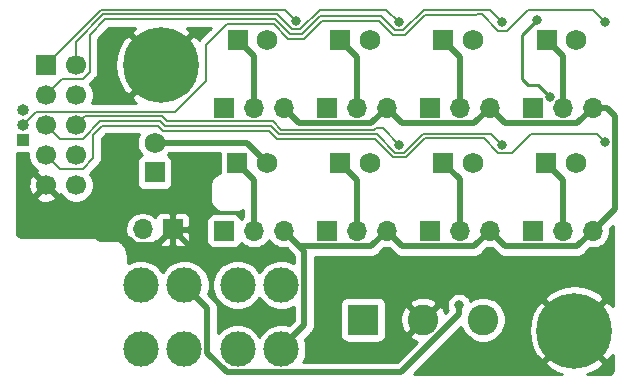
<source format=gbr>
%TF.GenerationSoftware,KiCad,Pcbnew,(5.1.10-1-10_14)*%
%TF.CreationDate,2022-01-16T00:04:22-08:00*%
%TF.ProjectId,FanExpander-kicad,46616e45-7870-4616-9e64-65722d6b6963,rev?*%
%TF.SameCoordinates,Original*%
%TF.FileFunction,Copper,L1,Top*%
%TF.FilePolarity,Positive*%
%FSLAX46Y46*%
G04 Gerber Fmt 4.6, Leading zero omitted, Abs format (unit mm)*
G04 Created by KiCad (PCBNEW (5.1.10-1-10_14)) date 2022-01-16 00:04:22*
%MOMM*%
%LPD*%
G01*
G04 APERTURE LIST*
%TA.AperFunction,ComponentPad*%
%ADD10C,2.600000*%
%TD*%
%TA.AperFunction,ComponentPad*%
%ADD11R,2.600000X2.600000*%
%TD*%
%TA.AperFunction,ComponentPad*%
%ADD12R,1.000000X1.000000*%
%TD*%
%TA.AperFunction,ComponentPad*%
%ADD13O,1.000000X1.000000*%
%TD*%
%TA.AperFunction,ComponentPad*%
%ADD14C,3.000000*%
%TD*%
%TA.AperFunction,ComponentPad*%
%ADD15R,1.700000X1.700000*%
%TD*%
%TA.AperFunction,ComponentPad*%
%ADD16C,1.700000*%
%TD*%
%TA.AperFunction,ComponentPad*%
%ADD17R,1.750000X1.750000*%
%TD*%
%TA.AperFunction,ComponentPad*%
%ADD18C,1.750000*%
%TD*%
%TA.AperFunction,ComponentPad*%
%ADD19C,6.400000*%
%TD*%
%TA.AperFunction,ComponentPad*%
%ADD20O,1.700000X1.700000*%
%TD*%
%TA.AperFunction,ViaPad*%
%ADD21C,0.800000*%
%TD*%
%TA.AperFunction,Conductor*%
%ADD22C,0.500000*%
%TD*%
%TA.AperFunction,Conductor*%
%ADD23C,0.200000*%
%TD*%
%TA.AperFunction,Conductor*%
%ADD24C,0.250000*%
%TD*%
%TA.AperFunction,Conductor*%
%ADD25C,0.254000*%
%TD*%
%TA.AperFunction,Conductor*%
%ADD26C,0.100000*%
%TD*%
G04 APERTURE END LIST*
D10*
%TO.P,J12,3*%
%TO.N,/5V_Screw*%
X77292200Y-73710800D03*
%TO.P,J12,2*%
%TO.N,GND*%
X72212200Y-73710800D03*
D11*
%TO.P,J12,1*%
%TO.N,/24v_Screw*%
X67132200Y-73710800D03*
%TD*%
D12*
%TO.P,JP10,1*%
%TO.N,Net-(J8-Pad8)*%
X38303200Y-58470800D03*
D13*
%TO.P,JP10,2*%
%TO.N,/FAN7*%
X38303200Y-57200800D03*
%TO.P,JP10,3*%
%TO.N,Net-(J8-Pad4)*%
X38303200Y-55930800D03*
%TD*%
D14*
%TO.P,F1,2*%
%TO.N,/5V_unFused*%
X48304400Y-70764400D03*
X52004400Y-70764400D03*
%TO.P,F1,1*%
%TO.N,+5V*%
X56504400Y-70764400D03*
X60204400Y-70764400D03*
%TD*%
%TO.P,F2,2*%
%TO.N,/24V_unFused*%
X48304400Y-76225400D03*
X52004400Y-76225400D03*
%TO.P,F2,1*%
%TO.N,+24V*%
X56504400Y-76225400D03*
X60204400Y-76225400D03*
%TD*%
D15*
%TO.P,J8,1*%
%TO.N,/FAN1*%
X40284400Y-52158900D03*
D16*
%TO.P,J8,2*%
%TO.N,/FAN3*%
X42824400Y-52158900D03*
%TO.P,J8,3*%
%TO.N,/FAN5*%
X40284400Y-54698900D03*
%TO.P,J8,4*%
%TO.N,Net-(J8-Pad4)*%
X42824400Y-54698900D03*
%TO.P,J8,5*%
%TO.N,/FAN4*%
X40284400Y-57238900D03*
%TO.P,J8,6*%
%TO.N,/FAN2*%
X42824400Y-57238900D03*
%TO.P,J8,7*%
%TO.N,/FAN6*%
X40284400Y-59778900D03*
%TO.P,J8,8*%
%TO.N,Net-(J8-Pad8)*%
X42824400Y-59778900D03*
%TO.P,J8,9*%
%TO.N,GND*%
X40284400Y-62318900D03*
%TO.P,J8,10*%
%TO.N,/5V_EXP*%
X42824400Y-62318900D03*
%TD*%
D17*
%TO.P,J3,1*%
%TO.N,/F3V*%
X65189100Y-50038000D03*
D18*
%TO.P,J3,2*%
%TO.N,/FAN3_Dr*%
X67689100Y-50038000D03*
%TD*%
D19*
%TO.P,MH1,1*%
%TO.N,GND*%
X50012600Y-52146200D03*
%TD*%
D15*
%TO.P,J9,1*%
%TO.N,GND*%
X51003200Y-66065400D03*
D20*
%TO.P,J9,2*%
%TO.N,/5V_unFused*%
X48463200Y-66065400D03*
%TD*%
D19*
%TO.P,MH2,1*%
%TO.N,GND*%
X85012600Y-74646200D03*
%TD*%
D15*
%TO.P,JP0,1*%
%TO.N,+5V*%
X55346600Y-66192400D03*
D20*
%TO.P,JP0,2*%
%TO.N,/F0V*%
X57886600Y-66192400D03*
%TO.P,JP0,3*%
%TO.N,+24V*%
X60426600Y-66192400D03*
%TD*%
D17*
%TO.P,J10,1*%
%TO.N,/24V_F0*%
X49479200Y-61239400D03*
D18*
%TO.P,J10,2*%
%TO.N,/FAN0_Dr*%
X49479200Y-58739400D03*
%TD*%
D17*
%TO.P,J0,1*%
%TO.N,/F0V*%
X56489600Y-60464700D03*
D18*
%TO.P,J0,2*%
%TO.N,/FAN0_Dr*%
X58989600Y-60464700D03*
%TD*%
D15*
%TO.P,JP7,1*%
%TO.N,+5V*%
X81483200Y-55778400D03*
D20*
%TO.P,JP7,2*%
%TO.N,/F7V*%
X84023200Y-55778400D03*
%TO.P,JP7,3*%
%TO.N,+24V*%
X86563200Y-55778400D03*
%TD*%
D15*
%TO.P,JP1,1*%
%TO.N,+5V*%
X55346600Y-55778400D03*
D20*
%TO.P,JP1,2*%
%TO.N,/F1V*%
X57886600Y-55778400D03*
%TO.P,JP1,3*%
%TO.N,+24V*%
X60426600Y-55778400D03*
%TD*%
D17*
%TO.P,J7,1*%
%TO.N,/F7V*%
X82664300Y-50038000D03*
D18*
%TO.P,J7,2*%
%TO.N,/FAN7_Dr*%
X85164300Y-50038000D03*
%TD*%
D17*
%TO.P,J1,1*%
%TO.N,/F1V*%
X56515000Y-50038000D03*
D18*
%TO.P,J1,2*%
%TO.N,/FAN1_Dr*%
X59015000Y-50038000D03*
%TD*%
D17*
%TO.P,J6,1*%
%TO.N,/F6V*%
X82638900Y-60464700D03*
D18*
%TO.P,J6,2*%
%TO.N,/FAN6_Dr*%
X85138900Y-60464700D03*
%TD*%
D17*
%TO.P,J5,1*%
%TO.N,/F5V*%
X73914000Y-50038000D03*
D18*
%TO.P,J5,2*%
%TO.N,/FAN5_Dr*%
X76414000Y-50038000D03*
%TD*%
D15*
%TO.P,JP6,1*%
%TO.N,+5V*%
X81483200Y-66192400D03*
D20*
%TO.P,JP6,2*%
%TO.N,/F6V*%
X84023200Y-66192400D03*
%TO.P,JP6,3*%
%TO.N,+24V*%
X86563200Y-66192400D03*
%TD*%
D15*
%TO.P,JP5,1*%
%TO.N,+5V*%
X72771000Y-55778400D03*
D20*
%TO.P,JP5,2*%
%TO.N,/F5V*%
X75311000Y-55778400D03*
%TO.P,JP5,3*%
%TO.N,+24V*%
X77851000Y-55778400D03*
%TD*%
D17*
%TO.P,J4,1*%
%TO.N,/F4V*%
X73939400Y-60464700D03*
D18*
%TO.P,J4,2*%
%TO.N,/FAN4_Dr*%
X76439400Y-60464700D03*
%TD*%
D15*
%TO.P,JP4,1*%
%TO.N,+5V*%
X72771000Y-66192400D03*
D20*
%TO.P,JP4,2*%
%TO.N,/F4V*%
X75311000Y-66192400D03*
%TO.P,JP4,3*%
%TO.N,+24V*%
X77851000Y-66192400D03*
%TD*%
D15*
%TO.P,JP3,1*%
%TO.N,+5V*%
X64058800Y-55778400D03*
D20*
%TO.P,JP3,2*%
%TO.N,/F3V*%
X66598800Y-55778400D03*
%TO.P,JP3,3*%
%TO.N,+24V*%
X69138800Y-55778400D03*
%TD*%
D17*
%TO.P,J2,1*%
%TO.N,/F2V*%
X65214500Y-60464700D03*
D18*
%TO.P,J2,2*%
%TO.N,/FAN2_Dr*%
X67714500Y-60464700D03*
%TD*%
D15*
%TO.P,JP2,1*%
%TO.N,+5V*%
X64058800Y-66192400D03*
D20*
%TO.P,JP2,2*%
%TO.N,/F2V*%
X66598800Y-66192400D03*
%TO.P,JP2,3*%
%TO.N,+24V*%
X69138800Y-66192400D03*
%TD*%
D21*
%TO.N,GND*%
X58496200Y-68478400D03*
%TO.N,/FAN2*%
X70178602Y-58877200D03*
%TO.N,/FAN4*%
X78916202Y-58877200D03*
%TO.N,/FAN5*%
X78928354Y-48540648D03*
%TO.N,/FAN3*%
X70153202Y-48514000D03*
%TO.N,/FAN6*%
X87600390Y-58647002D03*
%TO.N,/FAN7*%
X87646554Y-48495848D03*
%TO.N,/5V_unFused*%
X75260200Y-72466200D03*
%TO.N,/LED_Drive*%
X82924470Y-54826410D03*
X81838800Y-48336200D03*
%TO.N,/FAN1*%
X61466402Y-48438200D03*
%TD*%
D22*
%TO.N,GND*%
X49703199Y-67365401D02*
X51003200Y-66065400D01*
X47334188Y-66860390D02*
X47839199Y-67365401D01*
X47839199Y-67365401D02*
X49703199Y-67365401D01*
X44825890Y-66860390D02*
X47334188Y-66860390D01*
X40284400Y-62318900D02*
X44825890Y-66860390D01*
X53416200Y-68478400D02*
X58496200Y-68478400D01*
X51003200Y-66065400D02*
X53416200Y-68478400D01*
%TO.N,+24V*%
X79151001Y-57078401D02*
X77851000Y-55778400D01*
X85263199Y-57078401D02*
X79151001Y-57078401D01*
X86563200Y-55778400D02*
X85263199Y-57078401D01*
X70438801Y-57078401D02*
X69138800Y-55778400D01*
X76550999Y-57078401D02*
X70438801Y-57078401D01*
X77851000Y-55778400D02*
X76550999Y-57078401D01*
X67838799Y-57078401D02*
X61726601Y-57078401D01*
X61726601Y-57078401D02*
X60426600Y-55778400D01*
X69138800Y-55778400D02*
X67838799Y-57078401D01*
X61726601Y-67492401D02*
X67838799Y-67492401D01*
X67838799Y-67492401D02*
X69138800Y-66192400D01*
X60426600Y-66192400D02*
X61726601Y-67492401D01*
X76550999Y-67492401D02*
X77851000Y-66192400D01*
X70438801Y-67492401D02*
X76550999Y-67492401D01*
X69138800Y-66192400D02*
X70438801Y-67492401D01*
X85263199Y-67492401D02*
X86563200Y-66192400D01*
X79151001Y-67492401D02*
X85263199Y-67492401D01*
X77851000Y-66192400D02*
X79151001Y-67492401D01*
X62154401Y-67920201D02*
X60426600Y-66192400D01*
X62154401Y-74173799D02*
X62154401Y-67920201D01*
X60204400Y-76123800D02*
X62154401Y-74173799D01*
X87765281Y-55778400D02*
X88450390Y-56463509D01*
X86563200Y-55778400D02*
X87765281Y-55778400D01*
X88450390Y-64305210D02*
X86563200Y-66192400D01*
X88450390Y-56463509D02*
X88450390Y-64305210D01*
D23*
%TO.N,/FAN2*%
X70178602Y-58877200D02*
X68807002Y-57505600D01*
X68066620Y-57628411D02*
X60168411Y-57628411D01*
X68189431Y-57505600D02*
X68066620Y-57628411D01*
X68807002Y-57505600D02*
X68189431Y-57505600D01*
X60168411Y-57628411D02*
X59468401Y-56928401D01*
X50527601Y-56928401D02*
X50088109Y-56488909D01*
X59468401Y-56928401D02*
X50527601Y-56928401D01*
X43574391Y-56488909D02*
X42824400Y-57238900D01*
X50088109Y-56488909D02*
X43574391Y-56488909D01*
%TO.N,/FAN4*%
X43376401Y-58388901D02*
X44876383Y-56888919D01*
X41434401Y-58388901D02*
X43376401Y-58388901D01*
X40284400Y-57238900D02*
X41434401Y-58388901D01*
X49922421Y-56888919D02*
X50361912Y-57328411D01*
X44876383Y-56888919D02*
X49922421Y-56888919D01*
X59302713Y-57328411D02*
X60002722Y-58028421D01*
X50361912Y-57328411D02*
X59302713Y-57328411D01*
X69842601Y-59577201D02*
X70623199Y-59577201D01*
X68293821Y-58028421D02*
X69842601Y-59577201D01*
X60002722Y-58028421D02*
X68293821Y-58028421D01*
X70623199Y-59577201D02*
X72237600Y-57962800D01*
X78001802Y-57962800D02*
X78916202Y-58877200D01*
X72237600Y-57962800D02*
X78001802Y-57962800D01*
%TO.N,/FAN5*%
X72293590Y-47467410D02*
X77855116Y-47467410D01*
X70546999Y-49214001D02*
X72293590Y-47467410D01*
X68634600Y-48031400D02*
X69817201Y-49214001D01*
X41674399Y-53308901D02*
X43376401Y-53308901D01*
X59693932Y-48267430D02*
X60964712Y-49538211D01*
X43974401Y-49600295D02*
X45307266Y-48267430D01*
X63474902Y-48031400D02*
X68634600Y-48031400D01*
X43974401Y-52710901D02*
X43974401Y-49600295D01*
X61968091Y-49538211D02*
X63474902Y-48031400D01*
X45307266Y-48267430D02*
X59693932Y-48267430D01*
X69817201Y-49214001D02*
X70546999Y-49214001D01*
X43376401Y-53308901D02*
X43974401Y-52710901D01*
X77855116Y-47467410D02*
X78928354Y-48540648D01*
X60964712Y-49538211D02*
X61968091Y-49538211D01*
X40284400Y-54698900D02*
X41674399Y-53308901D01*
%TO.N,/FAN3*%
X42824400Y-52158900D02*
X42824400Y-50184598D01*
X42824400Y-50184598D02*
X45141578Y-47867420D01*
X61130401Y-49138201D02*
X61802403Y-49138201D01*
X59859620Y-47867420D02*
X61130401Y-49138201D01*
X45141578Y-47867420D02*
X59859620Y-47867420D01*
X61802403Y-49138201D02*
X63473194Y-47467410D01*
X69106612Y-47467410D02*
X70153202Y-48514000D01*
X63473194Y-47467410D02*
X69106612Y-47467410D01*
%TO.N,/FAN6*%
X78580201Y-59577201D02*
X79767199Y-59577201D01*
X77365810Y-58362810D02*
X78580201Y-59577201D01*
X72403288Y-58362810D02*
X77365810Y-58362810D01*
X70788887Y-59977211D02*
X72403288Y-58362810D01*
X69676912Y-59977211D02*
X70788887Y-59977211D01*
X59837033Y-58428431D02*
X68128133Y-58428431D01*
X50196223Y-57728421D02*
X59137025Y-57728421D01*
X40284400Y-59778900D02*
X41434401Y-60928901D01*
X45047671Y-57288929D02*
X49756732Y-57288929D01*
X59137025Y-57728421D02*
X59837033Y-58428431D01*
X79767199Y-59577201D02*
X81356200Y-57988200D01*
X49756732Y-57288929D02*
X50196223Y-57728421D01*
X43376401Y-60928901D02*
X44272200Y-60033102D01*
X41434401Y-60928901D02*
X43376401Y-60928901D01*
X68128133Y-58428431D02*
X69676912Y-59977211D01*
X44272200Y-58064400D02*
X45047671Y-57288929D01*
X44272200Y-60033102D02*
X44272200Y-58064400D01*
X86941588Y-57988200D02*
X87600390Y-58647002D01*
X81356200Y-57988200D02*
X86941588Y-57988200D01*
D22*
%TO.N,/F1V*%
X57886600Y-51409600D02*
X57886600Y-55778400D01*
X56515000Y-50038000D02*
X57886600Y-51409600D01*
%TO.N,/F2V*%
X66598800Y-61849000D02*
X66598800Y-66192400D01*
X65214500Y-60464700D02*
X66598800Y-61849000D01*
%TO.N,/F3V*%
X66598800Y-51447700D02*
X66598800Y-55778400D01*
X65189100Y-50038000D02*
X66598800Y-51447700D01*
%TO.N,/F4V*%
X75311000Y-61836300D02*
X75311000Y-66192400D01*
X73939400Y-60464700D02*
X75311000Y-61836300D01*
%TO.N,/F6V*%
X84023200Y-61849000D02*
X84023200Y-66192400D01*
X82638900Y-60464700D02*
X84023200Y-61849000D01*
D23*
%TO.N,/FAN7*%
X51249903Y-56088899D02*
X53822600Y-53516202D01*
X39415101Y-56088899D02*
X51249903Y-56088899D01*
X38303200Y-57200800D02*
X39415101Y-56088899D01*
X62133780Y-49938221D02*
X63640591Y-48431410D01*
X59552604Y-48691800D02*
X60799023Y-49938221D01*
X60799023Y-49938221D02*
X62133780Y-49938221D01*
X55571198Y-48691800D02*
X59552604Y-48691800D01*
X53822600Y-50440398D02*
X55571198Y-48691800D01*
X53822600Y-53516202D02*
X53822600Y-50440398D01*
X70712687Y-49614011D02*
X72406149Y-47920549D01*
X69651512Y-49614011D02*
X70712687Y-49614011D01*
X68468911Y-48431410D02*
X69651512Y-49614011D01*
X63640591Y-48431410D02*
X68468911Y-48431410D01*
X76733400Y-47929800D02*
X76795780Y-47867420D01*
X72415400Y-47929800D02*
X76733400Y-47929800D01*
X72406149Y-47920549D02*
X72415400Y-47929800D01*
X78592353Y-49240649D02*
X79283351Y-49240649D01*
X77219124Y-47867420D02*
X78592353Y-49240649D01*
X76795780Y-47867420D02*
X77219124Y-47867420D01*
X79283351Y-49240649D02*
X81056590Y-47467410D01*
X86618116Y-47467410D02*
X87646554Y-48495848D01*
X81056590Y-47467410D02*
X86618116Y-47467410D01*
D22*
%TO.N,/5V_unFused*%
X53954401Y-72714401D02*
X52004400Y-70764400D01*
X53954401Y-76561403D02*
X53954401Y-72714401D01*
X55568399Y-78175401D02*
X53954401Y-76561403D01*
X70337601Y-78175401D02*
X55568399Y-78175401D01*
X75260200Y-73252802D02*
X70337601Y-78175401D01*
X75260200Y-72466200D02*
X75260200Y-73252802D01*
D24*
%TO.N,/LED_Drive*%
X80603490Y-49571510D02*
X81838800Y-48336200D01*
X81086770Y-53851410D02*
X80603490Y-53368130D01*
X81949470Y-53851410D02*
X81086770Y-53851410D01*
X80603490Y-53368130D02*
X80603490Y-49571510D01*
X82924470Y-54826410D02*
X81949470Y-53851410D01*
D22*
%TO.N,/F5V*%
X75311000Y-51435000D02*
X75311000Y-55778400D01*
X73914000Y-50038000D02*
X75311000Y-51435000D01*
D23*
%TO.N,/FAN1*%
X40284400Y-52158900D02*
X44975890Y-47467410D01*
X60495612Y-47467410D02*
X61466402Y-48438200D01*
X44975890Y-47467410D02*
X60495612Y-47467410D01*
D22*
%TO.N,/F7V*%
X84023200Y-51396900D02*
X84023200Y-55778400D01*
X82664300Y-50038000D02*
X84023200Y-51396900D01*
%TO.N,/FAN0_Dr*%
X58989600Y-60404698D02*
X58989600Y-60464700D01*
X57324302Y-58739400D02*
X58989600Y-60404698D01*
X49479200Y-58739400D02*
X57324302Y-58739400D01*
%TO.N,/F0V*%
X57886600Y-61861700D02*
X57886600Y-66192400D01*
X56489600Y-60464700D02*
X57886600Y-61861700D01*
%TD*%
D25*
%TO.N,GND*%
X88265400Y-72592482D02*
X88230155Y-72525530D01*
X88203148Y-72485112D01*
X87713481Y-72124924D01*
X85192205Y-74646200D01*
X87713481Y-77167476D01*
X88203148Y-76807288D01*
X88265400Y-76692569D01*
X88265400Y-77945719D01*
X88255515Y-78046531D01*
X88235611Y-78112458D01*
X88203285Y-78173255D01*
X88159762Y-78226618D01*
X88106700Y-78270515D01*
X88046127Y-78303266D01*
X87980347Y-78323628D01*
X87881669Y-78334000D01*
X86065621Y-78334000D01*
X86464808Y-78215652D01*
X87133270Y-77863755D01*
X87173688Y-77836748D01*
X87533876Y-77347081D01*
X85012600Y-74825805D01*
X82491324Y-77347081D01*
X82851512Y-77836748D01*
X83515482Y-78197049D01*
X83956906Y-78334000D01*
X71430580Y-78334000D01*
X75448490Y-74316090D01*
X75577425Y-74627366D01*
X75789187Y-74944291D01*
X76058709Y-75213813D01*
X76375634Y-75425575D01*
X76727781Y-75571439D01*
X77101619Y-75645800D01*
X77482781Y-75645800D01*
X77856619Y-75571439D01*
X78208766Y-75425575D01*
X78525691Y-75213813D01*
X78795213Y-74944291D01*
X79006975Y-74627366D01*
X79009241Y-74621895D01*
X81159120Y-74621895D01*
X81228422Y-75374138D01*
X81443148Y-76098408D01*
X81795045Y-76766870D01*
X81822052Y-76807288D01*
X82311719Y-77167476D01*
X84832995Y-74646200D01*
X82311719Y-72124924D01*
X81822052Y-72485112D01*
X81461751Y-73149082D01*
X81237906Y-73870585D01*
X81159120Y-74621895D01*
X79009241Y-74621895D01*
X79152839Y-74275219D01*
X79227200Y-73901381D01*
X79227200Y-73520219D01*
X79152839Y-73146381D01*
X79006975Y-72794234D01*
X78795213Y-72477309D01*
X78525691Y-72207787D01*
X78208766Y-71996025D01*
X78086351Y-71945319D01*
X82491324Y-71945319D01*
X85012600Y-74466595D01*
X87533876Y-71945319D01*
X87173688Y-71455652D01*
X86509718Y-71095351D01*
X85788215Y-70871506D01*
X85036905Y-70792720D01*
X84284662Y-70862022D01*
X83560392Y-71076748D01*
X82891930Y-71428645D01*
X82851512Y-71455652D01*
X82491324Y-71945319D01*
X78086351Y-71945319D01*
X77856619Y-71850161D01*
X77482781Y-71775800D01*
X77101619Y-71775800D01*
X76727781Y-71850161D01*
X76375634Y-71996025D01*
X76226891Y-72095412D01*
X76177405Y-71975944D01*
X76064137Y-71806426D01*
X75919974Y-71662263D01*
X75750456Y-71548995D01*
X75562098Y-71470974D01*
X75362139Y-71431200D01*
X75158261Y-71431200D01*
X74958302Y-71470974D01*
X74769944Y-71548995D01*
X74600426Y-71662263D01*
X74456263Y-71806426D01*
X74342995Y-71975944D01*
X74264974Y-72164302D01*
X74225200Y-72364261D01*
X74225200Y-72568139D01*
X74264974Y-72768098D01*
X74331857Y-72929566D01*
X74076478Y-73184945D01*
X73988533Y-72920110D01*
X73856512Y-72673117D01*
X73561424Y-72541181D01*
X72391805Y-73710800D01*
X72405948Y-73724943D01*
X72226343Y-73904548D01*
X72212200Y-73890405D01*
X71042581Y-75060024D01*
X71174517Y-75355112D01*
X71515245Y-75525959D01*
X71687957Y-75573467D01*
X69971023Y-77290401D01*
X62060532Y-77290401D01*
X62096412Y-77236702D01*
X62257353Y-76848156D01*
X62339400Y-76435679D01*
X62339400Y-76015121D01*
X62257353Y-75602644D01*
X62175279Y-75404500D01*
X62749451Y-74830328D01*
X62783218Y-74802616D01*
X62827645Y-74748483D01*
X62893812Y-74667858D01*
X62975989Y-74514113D01*
X62975990Y-74514112D01*
X63026596Y-74347289D01*
X63039401Y-74217276D01*
X63039401Y-74217268D01*
X63043682Y-74173799D01*
X63039401Y-74130330D01*
X63039401Y-72410800D01*
X65194128Y-72410800D01*
X65194128Y-75010800D01*
X65206388Y-75135282D01*
X65242698Y-75254980D01*
X65301663Y-75365294D01*
X65381015Y-75461985D01*
X65477706Y-75541337D01*
X65588020Y-75600302D01*
X65707718Y-75636612D01*
X65832200Y-75648872D01*
X68432200Y-75648872D01*
X68556682Y-75636612D01*
X68676380Y-75600302D01*
X68786694Y-75541337D01*
X68883385Y-75461985D01*
X68962737Y-75365294D01*
X69021702Y-75254980D01*
X69058012Y-75135282D01*
X69070272Y-75010800D01*
X69070272Y-73761529D01*
X70268499Y-73761529D01*
X70315743Y-74139751D01*
X70435867Y-74501490D01*
X70567888Y-74748483D01*
X70862976Y-74880419D01*
X72032595Y-73710800D01*
X70862976Y-72541181D01*
X70567888Y-72673117D01*
X70397041Y-73013845D01*
X70295950Y-73381357D01*
X70268499Y-73761529D01*
X69070272Y-73761529D01*
X69070272Y-72410800D01*
X69065425Y-72361576D01*
X71042581Y-72361576D01*
X72212200Y-73531195D01*
X73381819Y-72361576D01*
X73249883Y-72066488D01*
X72909155Y-71895641D01*
X72541643Y-71794550D01*
X72161471Y-71767099D01*
X71783249Y-71814343D01*
X71421510Y-71934467D01*
X71174517Y-72066488D01*
X71042581Y-72361576D01*
X69065425Y-72361576D01*
X69058012Y-72286318D01*
X69021702Y-72166620D01*
X68962737Y-72056306D01*
X68883385Y-71959615D01*
X68786694Y-71880263D01*
X68676380Y-71821298D01*
X68556682Y-71784988D01*
X68432200Y-71772728D01*
X65832200Y-71772728D01*
X65707718Y-71784988D01*
X65588020Y-71821298D01*
X65477706Y-71880263D01*
X65381015Y-71959615D01*
X65301663Y-72056306D01*
X65242698Y-72166620D01*
X65206388Y-72286318D01*
X65194128Y-72410800D01*
X63039401Y-72410800D01*
X63039401Y-68377401D01*
X67795330Y-68377401D01*
X67838799Y-68381682D01*
X67882268Y-68377401D01*
X67882276Y-68377401D01*
X68012289Y-68364596D01*
X68179112Y-68313990D01*
X68332858Y-68231812D01*
X68467616Y-68121218D01*
X68495333Y-68087445D01*
X68919839Y-67662939D01*
X68992540Y-67677400D01*
X69285060Y-67677400D01*
X69357760Y-67662939D01*
X69782271Y-68087450D01*
X69809984Y-68121218D01*
X69843752Y-68148931D01*
X69843754Y-68148933D01*
X69859679Y-68162002D01*
X69944742Y-68231812D01*
X70098488Y-68313990D01*
X70265311Y-68364596D01*
X70395324Y-68377401D01*
X70395334Y-68377401D01*
X70438800Y-68381682D01*
X70482267Y-68377401D01*
X76507530Y-68377401D01*
X76550999Y-68381682D01*
X76594468Y-68377401D01*
X76594476Y-68377401D01*
X76724489Y-68364596D01*
X76891312Y-68313990D01*
X77045058Y-68231812D01*
X77179816Y-68121218D01*
X77207533Y-68087445D01*
X77632039Y-67662939D01*
X77704740Y-67677400D01*
X77997260Y-67677400D01*
X78069960Y-67662939D01*
X78494471Y-68087450D01*
X78522184Y-68121218D01*
X78555952Y-68148931D01*
X78555954Y-68148933D01*
X78571879Y-68162002D01*
X78656942Y-68231812D01*
X78810688Y-68313990D01*
X78977511Y-68364596D01*
X79107524Y-68377401D01*
X79107534Y-68377401D01*
X79151000Y-68381682D01*
X79194467Y-68377401D01*
X85219730Y-68377401D01*
X85263199Y-68381682D01*
X85306668Y-68377401D01*
X85306676Y-68377401D01*
X85436689Y-68364596D01*
X85603512Y-68313990D01*
X85757258Y-68231812D01*
X85892016Y-68121218D01*
X85919733Y-68087445D01*
X86344239Y-67662939D01*
X86416940Y-67677400D01*
X86709460Y-67677400D01*
X86996358Y-67620332D01*
X87266611Y-67508390D01*
X87509832Y-67345875D01*
X87716675Y-67139032D01*
X87879190Y-66895811D01*
X87991132Y-66625558D01*
X88048200Y-66338660D01*
X88048200Y-66046140D01*
X88033739Y-65973440D01*
X88265400Y-65741778D01*
X88265400Y-72592482D01*
%TA.AperFunction,Conductor*%
D26*
G36*
X88265400Y-72592482D02*
G01*
X88230155Y-72525530D01*
X88203148Y-72485112D01*
X87713481Y-72124924D01*
X85192205Y-74646200D01*
X87713481Y-77167476D01*
X88203148Y-76807288D01*
X88265400Y-76692569D01*
X88265400Y-77945719D01*
X88255515Y-78046531D01*
X88235611Y-78112458D01*
X88203285Y-78173255D01*
X88159762Y-78226618D01*
X88106700Y-78270515D01*
X88046127Y-78303266D01*
X87980347Y-78323628D01*
X87881669Y-78334000D01*
X86065621Y-78334000D01*
X86464808Y-78215652D01*
X87133270Y-77863755D01*
X87173688Y-77836748D01*
X87533876Y-77347081D01*
X85012600Y-74825805D01*
X82491324Y-77347081D01*
X82851512Y-77836748D01*
X83515482Y-78197049D01*
X83956906Y-78334000D01*
X71430580Y-78334000D01*
X75448490Y-74316090D01*
X75577425Y-74627366D01*
X75789187Y-74944291D01*
X76058709Y-75213813D01*
X76375634Y-75425575D01*
X76727781Y-75571439D01*
X77101619Y-75645800D01*
X77482781Y-75645800D01*
X77856619Y-75571439D01*
X78208766Y-75425575D01*
X78525691Y-75213813D01*
X78795213Y-74944291D01*
X79006975Y-74627366D01*
X79009241Y-74621895D01*
X81159120Y-74621895D01*
X81228422Y-75374138D01*
X81443148Y-76098408D01*
X81795045Y-76766870D01*
X81822052Y-76807288D01*
X82311719Y-77167476D01*
X84832995Y-74646200D01*
X82311719Y-72124924D01*
X81822052Y-72485112D01*
X81461751Y-73149082D01*
X81237906Y-73870585D01*
X81159120Y-74621895D01*
X79009241Y-74621895D01*
X79152839Y-74275219D01*
X79227200Y-73901381D01*
X79227200Y-73520219D01*
X79152839Y-73146381D01*
X79006975Y-72794234D01*
X78795213Y-72477309D01*
X78525691Y-72207787D01*
X78208766Y-71996025D01*
X78086351Y-71945319D01*
X82491324Y-71945319D01*
X85012600Y-74466595D01*
X87533876Y-71945319D01*
X87173688Y-71455652D01*
X86509718Y-71095351D01*
X85788215Y-70871506D01*
X85036905Y-70792720D01*
X84284662Y-70862022D01*
X83560392Y-71076748D01*
X82891930Y-71428645D01*
X82851512Y-71455652D01*
X82491324Y-71945319D01*
X78086351Y-71945319D01*
X77856619Y-71850161D01*
X77482781Y-71775800D01*
X77101619Y-71775800D01*
X76727781Y-71850161D01*
X76375634Y-71996025D01*
X76226891Y-72095412D01*
X76177405Y-71975944D01*
X76064137Y-71806426D01*
X75919974Y-71662263D01*
X75750456Y-71548995D01*
X75562098Y-71470974D01*
X75362139Y-71431200D01*
X75158261Y-71431200D01*
X74958302Y-71470974D01*
X74769944Y-71548995D01*
X74600426Y-71662263D01*
X74456263Y-71806426D01*
X74342995Y-71975944D01*
X74264974Y-72164302D01*
X74225200Y-72364261D01*
X74225200Y-72568139D01*
X74264974Y-72768098D01*
X74331857Y-72929566D01*
X74076478Y-73184945D01*
X73988533Y-72920110D01*
X73856512Y-72673117D01*
X73561424Y-72541181D01*
X72391805Y-73710800D01*
X72405948Y-73724943D01*
X72226343Y-73904548D01*
X72212200Y-73890405D01*
X71042581Y-75060024D01*
X71174517Y-75355112D01*
X71515245Y-75525959D01*
X71687957Y-75573467D01*
X69971023Y-77290401D01*
X62060532Y-77290401D01*
X62096412Y-77236702D01*
X62257353Y-76848156D01*
X62339400Y-76435679D01*
X62339400Y-76015121D01*
X62257353Y-75602644D01*
X62175279Y-75404500D01*
X62749451Y-74830328D01*
X62783218Y-74802616D01*
X62827645Y-74748483D01*
X62893812Y-74667858D01*
X62975989Y-74514113D01*
X62975990Y-74514112D01*
X63026596Y-74347289D01*
X63039401Y-74217276D01*
X63039401Y-74217268D01*
X63043682Y-74173799D01*
X63039401Y-74130330D01*
X63039401Y-72410800D01*
X65194128Y-72410800D01*
X65194128Y-75010800D01*
X65206388Y-75135282D01*
X65242698Y-75254980D01*
X65301663Y-75365294D01*
X65381015Y-75461985D01*
X65477706Y-75541337D01*
X65588020Y-75600302D01*
X65707718Y-75636612D01*
X65832200Y-75648872D01*
X68432200Y-75648872D01*
X68556682Y-75636612D01*
X68676380Y-75600302D01*
X68786694Y-75541337D01*
X68883385Y-75461985D01*
X68962737Y-75365294D01*
X69021702Y-75254980D01*
X69058012Y-75135282D01*
X69070272Y-75010800D01*
X69070272Y-73761529D01*
X70268499Y-73761529D01*
X70315743Y-74139751D01*
X70435867Y-74501490D01*
X70567888Y-74748483D01*
X70862976Y-74880419D01*
X72032595Y-73710800D01*
X70862976Y-72541181D01*
X70567888Y-72673117D01*
X70397041Y-73013845D01*
X70295950Y-73381357D01*
X70268499Y-73761529D01*
X69070272Y-73761529D01*
X69070272Y-72410800D01*
X69065425Y-72361576D01*
X71042581Y-72361576D01*
X72212200Y-73531195D01*
X73381819Y-72361576D01*
X73249883Y-72066488D01*
X72909155Y-71895641D01*
X72541643Y-71794550D01*
X72161471Y-71767099D01*
X71783249Y-71814343D01*
X71421510Y-71934467D01*
X71174517Y-72066488D01*
X71042581Y-72361576D01*
X69065425Y-72361576D01*
X69058012Y-72286318D01*
X69021702Y-72166620D01*
X68962737Y-72056306D01*
X68883385Y-71959615D01*
X68786694Y-71880263D01*
X68676380Y-71821298D01*
X68556682Y-71784988D01*
X68432200Y-71772728D01*
X65832200Y-71772728D01*
X65707718Y-71784988D01*
X65588020Y-71821298D01*
X65477706Y-71880263D01*
X65381015Y-71959615D01*
X65301663Y-72056306D01*
X65242698Y-72166620D01*
X65206388Y-72286318D01*
X65194128Y-72410800D01*
X63039401Y-72410800D01*
X63039401Y-68377401D01*
X67795330Y-68377401D01*
X67838799Y-68381682D01*
X67882268Y-68377401D01*
X67882276Y-68377401D01*
X68012289Y-68364596D01*
X68179112Y-68313990D01*
X68332858Y-68231812D01*
X68467616Y-68121218D01*
X68495333Y-68087445D01*
X68919839Y-67662939D01*
X68992540Y-67677400D01*
X69285060Y-67677400D01*
X69357760Y-67662939D01*
X69782271Y-68087450D01*
X69809984Y-68121218D01*
X69843752Y-68148931D01*
X69843754Y-68148933D01*
X69859679Y-68162002D01*
X69944742Y-68231812D01*
X70098488Y-68313990D01*
X70265311Y-68364596D01*
X70395324Y-68377401D01*
X70395334Y-68377401D01*
X70438800Y-68381682D01*
X70482267Y-68377401D01*
X76507530Y-68377401D01*
X76550999Y-68381682D01*
X76594468Y-68377401D01*
X76594476Y-68377401D01*
X76724489Y-68364596D01*
X76891312Y-68313990D01*
X77045058Y-68231812D01*
X77179816Y-68121218D01*
X77207533Y-68087445D01*
X77632039Y-67662939D01*
X77704740Y-67677400D01*
X77997260Y-67677400D01*
X78069960Y-67662939D01*
X78494471Y-68087450D01*
X78522184Y-68121218D01*
X78555952Y-68148931D01*
X78555954Y-68148933D01*
X78571879Y-68162002D01*
X78656942Y-68231812D01*
X78810688Y-68313990D01*
X78977511Y-68364596D01*
X79107524Y-68377401D01*
X79107534Y-68377401D01*
X79151000Y-68381682D01*
X79194467Y-68377401D01*
X85219730Y-68377401D01*
X85263199Y-68381682D01*
X85306668Y-68377401D01*
X85306676Y-68377401D01*
X85436689Y-68364596D01*
X85603512Y-68313990D01*
X85757258Y-68231812D01*
X85892016Y-68121218D01*
X85919733Y-68087445D01*
X86344239Y-67662939D01*
X86416940Y-67677400D01*
X86709460Y-67677400D01*
X86996358Y-67620332D01*
X87266611Y-67508390D01*
X87509832Y-67345875D01*
X87716675Y-67139032D01*
X87879190Y-66895811D01*
X87991132Y-66625558D01*
X88048200Y-66338660D01*
X88048200Y-66046140D01*
X88033739Y-65973440D01*
X88265400Y-65741778D01*
X88265400Y-72592482D01*
G37*
%TD.AperFunction*%
D25*
X48141056Y-58024147D02*
X48027229Y-58298949D01*
X47969200Y-58590678D01*
X47969200Y-58888122D01*
X48027229Y-59179851D01*
X48141056Y-59454653D01*
X48306307Y-59701969D01*
X48374764Y-59770426D01*
X48360020Y-59774898D01*
X48249706Y-59833863D01*
X48153015Y-59913215D01*
X48073663Y-60009906D01*
X48014698Y-60120220D01*
X47978388Y-60239918D01*
X47966128Y-60364400D01*
X47966128Y-62114400D01*
X47978388Y-62238882D01*
X48014698Y-62358580D01*
X48073663Y-62468894D01*
X48153015Y-62565585D01*
X48249706Y-62644937D01*
X48360020Y-62703902D01*
X48479718Y-62740212D01*
X48604200Y-62752472D01*
X50354200Y-62752472D01*
X50478682Y-62740212D01*
X50598380Y-62703902D01*
X50708694Y-62644937D01*
X50805385Y-62565585D01*
X50884737Y-62468894D01*
X50943702Y-62358580D01*
X50980012Y-62238882D01*
X50992272Y-62114400D01*
X50992272Y-60364400D01*
X50980012Y-60239918D01*
X50943702Y-60120220D01*
X50884737Y-60009906D01*
X50805385Y-59913215D01*
X50708694Y-59833863D01*
X50598380Y-59774898D01*
X50583636Y-59770426D01*
X50652093Y-59701969D01*
X50703923Y-59624400D01*
X54976528Y-59624400D01*
X54976528Y-61271543D01*
X54842753Y-61312124D01*
X54645577Y-61417516D01*
X54472751Y-61559351D01*
X54330916Y-61732177D01*
X54225524Y-61929353D01*
X54160623Y-62143301D01*
X54138709Y-62365800D01*
X54144200Y-62421552D01*
X54144200Y-63410048D01*
X54138709Y-63465800D01*
X54160623Y-63688299D01*
X54225524Y-63902247D01*
X54259011Y-63964897D01*
X54330916Y-64099423D01*
X54472751Y-64272249D01*
X54645577Y-64414084D01*
X54842753Y-64519476D01*
X55056701Y-64584377D01*
X55279200Y-64606291D01*
X55334951Y-64600800D01*
X56323448Y-64600800D01*
X56379200Y-64606291D01*
X56434951Y-64600800D01*
X56434952Y-64600800D01*
X56601699Y-64584377D01*
X56815647Y-64519476D01*
X57001601Y-64420082D01*
X57001601Y-64997743D01*
X56939968Y-65038925D01*
X56808113Y-65170780D01*
X56786102Y-65098220D01*
X56727137Y-64987906D01*
X56647785Y-64891215D01*
X56551094Y-64811863D01*
X56440780Y-64752898D01*
X56321082Y-64716588D01*
X56196600Y-64704328D01*
X54496600Y-64704328D01*
X54372118Y-64716588D01*
X54252420Y-64752898D01*
X54142106Y-64811863D01*
X54045415Y-64891215D01*
X53966063Y-64987906D01*
X53907098Y-65098220D01*
X53870788Y-65217918D01*
X53858528Y-65342400D01*
X53858528Y-67042400D01*
X53870788Y-67166882D01*
X53907098Y-67286580D01*
X53966063Y-67396894D01*
X54045415Y-67493585D01*
X54142106Y-67572937D01*
X54252420Y-67631902D01*
X54372118Y-67668212D01*
X54496600Y-67680472D01*
X56196600Y-67680472D01*
X56321082Y-67668212D01*
X56440780Y-67631902D01*
X56551094Y-67572937D01*
X56647785Y-67493585D01*
X56727137Y-67396894D01*
X56786102Y-67286580D01*
X56808113Y-67214020D01*
X56939968Y-67345875D01*
X57183189Y-67508390D01*
X57453442Y-67620332D01*
X57740340Y-67677400D01*
X58032860Y-67677400D01*
X58319758Y-67620332D01*
X58590011Y-67508390D01*
X58833232Y-67345875D01*
X59040075Y-67139032D01*
X59156600Y-66964640D01*
X59273125Y-67139032D01*
X59479968Y-67345875D01*
X59723189Y-67508390D01*
X59993442Y-67620332D01*
X60280340Y-67677400D01*
X60572860Y-67677400D01*
X60645560Y-67662939D01*
X60663094Y-67680472D01*
X61070070Y-68087449D01*
X61097784Y-68121218D01*
X61131553Y-68148932D01*
X61269402Y-68286781D01*
X61269402Y-68908269D01*
X61215702Y-68872388D01*
X60827156Y-68711447D01*
X60414679Y-68629400D01*
X59994121Y-68629400D01*
X59581644Y-68711447D01*
X59193098Y-68872388D01*
X58843417Y-69106037D01*
X58546037Y-69403417D01*
X58354400Y-69690222D01*
X58162763Y-69403417D01*
X57865383Y-69106037D01*
X57515702Y-68872388D01*
X57127156Y-68711447D01*
X56714679Y-68629400D01*
X56294121Y-68629400D01*
X55881644Y-68711447D01*
X55493098Y-68872388D01*
X55143417Y-69106037D01*
X54846037Y-69403417D01*
X54612388Y-69753098D01*
X54451447Y-70141644D01*
X54369400Y-70554121D01*
X54369400Y-70974679D01*
X54451447Y-71387156D01*
X54612388Y-71775702D01*
X54846037Y-72125383D01*
X55143417Y-72422763D01*
X55493098Y-72656412D01*
X55881644Y-72817353D01*
X56294121Y-72899400D01*
X56714679Y-72899400D01*
X57127156Y-72817353D01*
X57515702Y-72656412D01*
X57865383Y-72422763D01*
X58162763Y-72125383D01*
X58354400Y-71838578D01*
X58546037Y-72125383D01*
X58843417Y-72422763D01*
X59193098Y-72656412D01*
X59581644Y-72817353D01*
X59994121Y-72899400D01*
X60414679Y-72899400D01*
X60827156Y-72817353D01*
X61215702Y-72656412D01*
X61269401Y-72620531D01*
X61269401Y-73807220D01*
X60881616Y-74195005D01*
X60827156Y-74172447D01*
X60414679Y-74090400D01*
X59994121Y-74090400D01*
X59581644Y-74172447D01*
X59193098Y-74333388D01*
X58843417Y-74567037D01*
X58546037Y-74864417D01*
X58354400Y-75151222D01*
X58162763Y-74864417D01*
X57865383Y-74567037D01*
X57515702Y-74333388D01*
X57127156Y-74172447D01*
X56714679Y-74090400D01*
X56294121Y-74090400D01*
X55881644Y-74172447D01*
X55493098Y-74333388D01*
X55143417Y-74567037D01*
X54846037Y-74864417D01*
X54839401Y-74874348D01*
X54839401Y-72757870D01*
X54843682Y-72714401D01*
X54839401Y-72670932D01*
X54839401Y-72670924D01*
X54826596Y-72540911D01*
X54775990Y-72374088D01*
X54693812Y-72220342D01*
X54616295Y-72125888D01*
X54610933Y-72119354D01*
X54610931Y-72119352D01*
X54583218Y-72085584D01*
X54549450Y-72057871D01*
X54005037Y-71513458D01*
X54057353Y-71387156D01*
X54139400Y-70974679D01*
X54139400Y-70554121D01*
X54057353Y-70141644D01*
X53896412Y-69753098D01*
X53662763Y-69403417D01*
X53365383Y-69106037D01*
X53015702Y-68872388D01*
X52627156Y-68711447D01*
X52214679Y-68629400D01*
X51794121Y-68629400D01*
X51381644Y-68711447D01*
X50993098Y-68872388D01*
X50643417Y-69106037D01*
X50346037Y-69403417D01*
X50154400Y-69690222D01*
X49962763Y-69403417D01*
X49665383Y-69106037D01*
X49315702Y-68872388D01*
X48927156Y-68711447D01*
X48514679Y-68629400D01*
X48094121Y-68629400D01*
X47681644Y-68711447D01*
X47293098Y-68872388D01*
X47192800Y-68939405D01*
X47192800Y-68318981D01*
X47190016Y-68290709D01*
X47190059Y-68284488D01*
X47189159Y-68275317D01*
X47168432Y-68078115D01*
X47156410Y-68019551D01*
X47145196Y-67960762D01*
X47142532Y-67951940D01*
X47083897Y-67762518D01*
X47060729Y-67707405D01*
X47038307Y-67651907D01*
X47033980Y-67643771D01*
X46939670Y-67469347D01*
X46906203Y-67419731D01*
X46873465Y-67369701D01*
X46867641Y-67362560D01*
X46741247Y-67209776D01*
X46698812Y-67167637D01*
X46656949Y-67124887D01*
X46649848Y-67119013D01*
X46496186Y-66993689D01*
X46446344Y-66960574D01*
X46397004Y-66926790D01*
X46388898Y-66922407D01*
X46213820Y-66829316D01*
X46158525Y-66806525D01*
X46103530Y-66782954D01*
X46094727Y-66780229D01*
X45904900Y-66722918D01*
X45846220Y-66711300D01*
X45787713Y-66698863D01*
X45778548Y-66697900D01*
X45581206Y-66678550D01*
X45581202Y-66678550D01*
X45549219Y-66675400D01*
X38183081Y-66675400D01*
X38082269Y-66665515D01*
X38016342Y-66645611D01*
X37955545Y-66613285D01*
X37902182Y-66569762D01*
X37858285Y-66516700D01*
X37825534Y-66456127D01*
X37805172Y-66390347D01*
X37794800Y-66291669D01*
X37794800Y-65919140D01*
X46978200Y-65919140D01*
X46978200Y-66211660D01*
X47035268Y-66498558D01*
X47147210Y-66768811D01*
X47309725Y-67012032D01*
X47516568Y-67218875D01*
X47759789Y-67381390D01*
X48030042Y-67493332D01*
X48316940Y-67550400D01*
X48609460Y-67550400D01*
X48896358Y-67493332D01*
X49166611Y-67381390D01*
X49409832Y-67218875D01*
X49541687Y-67087020D01*
X49563698Y-67159580D01*
X49622663Y-67269894D01*
X49702015Y-67366585D01*
X49798706Y-67445937D01*
X49909020Y-67504902D01*
X50028718Y-67541212D01*
X50153200Y-67553472D01*
X50717450Y-67550400D01*
X50876200Y-67391650D01*
X50876200Y-66192400D01*
X51130200Y-66192400D01*
X51130200Y-67391650D01*
X51288950Y-67550400D01*
X51853200Y-67553472D01*
X51977682Y-67541212D01*
X52097380Y-67504902D01*
X52207694Y-67445937D01*
X52304385Y-67366585D01*
X52383737Y-67269894D01*
X52442702Y-67159580D01*
X52479012Y-67039882D01*
X52491272Y-66915400D01*
X52488200Y-66351150D01*
X52329450Y-66192400D01*
X51130200Y-66192400D01*
X50876200Y-66192400D01*
X50856200Y-66192400D01*
X50856200Y-65938400D01*
X50876200Y-65938400D01*
X50876200Y-64739150D01*
X51130200Y-64739150D01*
X51130200Y-65938400D01*
X52329450Y-65938400D01*
X52488200Y-65779650D01*
X52491272Y-65215400D01*
X52479012Y-65090918D01*
X52442702Y-64971220D01*
X52383737Y-64860906D01*
X52304385Y-64764215D01*
X52207694Y-64684863D01*
X52097380Y-64625898D01*
X51977682Y-64589588D01*
X51853200Y-64577328D01*
X51288950Y-64580400D01*
X51130200Y-64739150D01*
X50876200Y-64739150D01*
X50717450Y-64580400D01*
X50153200Y-64577328D01*
X50028718Y-64589588D01*
X49909020Y-64625898D01*
X49798706Y-64684863D01*
X49702015Y-64764215D01*
X49622663Y-64860906D01*
X49563698Y-64971220D01*
X49541687Y-65043780D01*
X49409832Y-64911925D01*
X49166611Y-64749410D01*
X48896358Y-64637468D01*
X48609460Y-64580400D01*
X48316940Y-64580400D01*
X48030042Y-64637468D01*
X47759789Y-64749410D01*
X47516568Y-64911925D01*
X47309725Y-65118768D01*
X47147210Y-65361989D01*
X47035268Y-65632242D01*
X46978200Y-65919140D01*
X37794800Y-65919140D01*
X37794800Y-63347297D01*
X39435608Y-63347297D01*
X39513243Y-63596372D01*
X39777283Y-63722271D01*
X40060811Y-63794239D01*
X40352931Y-63809511D01*
X40642419Y-63767499D01*
X40918147Y-63669819D01*
X41055557Y-63596372D01*
X41133192Y-63347297D01*
X40284400Y-62498505D01*
X39435608Y-63347297D01*
X37794800Y-63347297D01*
X37794800Y-62387431D01*
X38793789Y-62387431D01*
X38835801Y-62676919D01*
X38933481Y-62952647D01*
X39006928Y-63090057D01*
X39256003Y-63167692D01*
X40104795Y-62318900D01*
X39256003Y-61470108D01*
X39006928Y-61547743D01*
X38881029Y-61811783D01*
X38809061Y-62095311D01*
X38793789Y-62387431D01*
X37794800Y-62387431D01*
X37794800Y-59608045D01*
X37803200Y-59608872D01*
X38803200Y-59608872D01*
X38804146Y-59608779D01*
X38799400Y-59632640D01*
X38799400Y-59925160D01*
X38856468Y-60212058D01*
X38968410Y-60482311D01*
X39130925Y-60725532D01*
X39337768Y-60932375D01*
X39511129Y-61048211D01*
X39435608Y-61290503D01*
X40284400Y-62139295D01*
X40298543Y-62125153D01*
X40478148Y-62304758D01*
X40464005Y-62318900D01*
X41312797Y-63167692D01*
X41555089Y-63092171D01*
X41670925Y-63265532D01*
X41877768Y-63472375D01*
X42120989Y-63634890D01*
X42391242Y-63746832D01*
X42678140Y-63803900D01*
X42970660Y-63803900D01*
X43257558Y-63746832D01*
X43527811Y-63634890D01*
X43771032Y-63472375D01*
X43977875Y-63265532D01*
X44140390Y-63022311D01*
X44252332Y-62752058D01*
X44309400Y-62465160D01*
X44309400Y-62172640D01*
X44252332Y-61885742D01*
X44140390Y-61615489D01*
X43977875Y-61372268D01*
X43975178Y-61369571D01*
X44766397Y-60578352D01*
X44794437Y-60555340D01*
X44817450Y-60527299D01*
X44817453Y-60527296D01*
X44868824Y-60464700D01*
X44886287Y-60443422D01*
X44954537Y-60315735D01*
X44991495Y-60193901D01*
X44996565Y-60177188D01*
X45001765Y-60124387D01*
X45007200Y-60069207D01*
X45007200Y-60069200D01*
X45010755Y-60033103D01*
X45007200Y-59997006D01*
X45007200Y-58368846D01*
X45352118Y-58023929D01*
X48141202Y-58023929D01*
X48141056Y-58024147D01*
%TA.AperFunction,Conductor*%
D26*
G36*
X48141056Y-58024147D02*
G01*
X48027229Y-58298949D01*
X47969200Y-58590678D01*
X47969200Y-58888122D01*
X48027229Y-59179851D01*
X48141056Y-59454653D01*
X48306307Y-59701969D01*
X48374764Y-59770426D01*
X48360020Y-59774898D01*
X48249706Y-59833863D01*
X48153015Y-59913215D01*
X48073663Y-60009906D01*
X48014698Y-60120220D01*
X47978388Y-60239918D01*
X47966128Y-60364400D01*
X47966128Y-62114400D01*
X47978388Y-62238882D01*
X48014698Y-62358580D01*
X48073663Y-62468894D01*
X48153015Y-62565585D01*
X48249706Y-62644937D01*
X48360020Y-62703902D01*
X48479718Y-62740212D01*
X48604200Y-62752472D01*
X50354200Y-62752472D01*
X50478682Y-62740212D01*
X50598380Y-62703902D01*
X50708694Y-62644937D01*
X50805385Y-62565585D01*
X50884737Y-62468894D01*
X50943702Y-62358580D01*
X50980012Y-62238882D01*
X50992272Y-62114400D01*
X50992272Y-60364400D01*
X50980012Y-60239918D01*
X50943702Y-60120220D01*
X50884737Y-60009906D01*
X50805385Y-59913215D01*
X50708694Y-59833863D01*
X50598380Y-59774898D01*
X50583636Y-59770426D01*
X50652093Y-59701969D01*
X50703923Y-59624400D01*
X54976528Y-59624400D01*
X54976528Y-61271543D01*
X54842753Y-61312124D01*
X54645577Y-61417516D01*
X54472751Y-61559351D01*
X54330916Y-61732177D01*
X54225524Y-61929353D01*
X54160623Y-62143301D01*
X54138709Y-62365800D01*
X54144200Y-62421552D01*
X54144200Y-63410048D01*
X54138709Y-63465800D01*
X54160623Y-63688299D01*
X54225524Y-63902247D01*
X54259011Y-63964897D01*
X54330916Y-64099423D01*
X54472751Y-64272249D01*
X54645577Y-64414084D01*
X54842753Y-64519476D01*
X55056701Y-64584377D01*
X55279200Y-64606291D01*
X55334951Y-64600800D01*
X56323448Y-64600800D01*
X56379200Y-64606291D01*
X56434951Y-64600800D01*
X56434952Y-64600800D01*
X56601699Y-64584377D01*
X56815647Y-64519476D01*
X57001601Y-64420082D01*
X57001601Y-64997743D01*
X56939968Y-65038925D01*
X56808113Y-65170780D01*
X56786102Y-65098220D01*
X56727137Y-64987906D01*
X56647785Y-64891215D01*
X56551094Y-64811863D01*
X56440780Y-64752898D01*
X56321082Y-64716588D01*
X56196600Y-64704328D01*
X54496600Y-64704328D01*
X54372118Y-64716588D01*
X54252420Y-64752898D01*
X54142106Y-64811863D01*
X54045415Y-64891215D01*
X53966063Y-64987906D01*
X53907098Y-65098220D01*
X53870788Y-65217918D01*
X53858528Y-65342400D01*
X53858528Y-67042400D01*
X53870788Y-67166882D01*
X53907098Y-67286580D01*
X53966063Y-67396894D01*
X54045415Y-67493585D01*
X54142106Y-67572937D01*
X54252420Y-67631902D01*
X54372118Y-67668212D01*
X54496600Y-67680472D01*
X56196600Y-67680472D01*
X56321082Y-67668212D01*
X56440780Y-67631902D01*
X56551094Y-67572937D01*
X56647785Y-67493585D01*
X56727137Y-67396894D01*
X56786102Y-67286580D01*
X56808113Y-67214020D01*
X56939968Y-67345875D01*
X57183189Y-67508390D01*
X57453442Y-67620332D01*
X57740340Y-67677400D01*
X58032860Y-67677400D01*
X58319758Y-67620332D01*
X58590011Y-67508390D01*
X58833232Y-67345875D01*
X59040075Y-67139032D01*
X59156600Y-66964640D01*
X59273125Y-67139032D01*
X59479968Y-67345875D01*
X59723189Y-67508390D01*
X59993442Y-67620332D01*
X60280340Y-67677400D01*
X60572860Y-67677400D01*
X60645560Y-67662939D01*
X60663094Y-67680472D01*
X61070070Y-68087449D01*
X61097784Y-68121218D01*
X61131553Y-68148932D01*
X61269402Y-68286781D01*
X61269402Y-68908269D01*
X61215702Y-68872388D01*
X60827156Y-68711447D01*
X60414679Y-68629400D01*
X59994121Y-68629400D01*
X59581644Y-68711447D01*
X59193098Y-68872388D01*
X58843417Y-69106037D01*
X58546037Y-69403417D01*
X58354400Y-69690222D01*
X58162763Y-69403417D01*
X57865383Y-69106037D01*
X57515702Y-68872388D01*
X57127156Y-68711447D01*
X56714679Y-68629400D01*
X56294121Y-68629400D01*
X55881644Y-68711447D01*
X55493098Y-68872388D01*
X55143417Y-69106037D01*
X54846037Y-69403417D01*
X54612388Y-69753098D01*
X54451447Y-70141644D01*
X54369400Y-70554121D01*
X54369400Y-70974679D01*
X54451447Y-71387156D01*
X54612388Y-71775702D01*
X54846037Y-72125383D01*
X55143417Y-72422763D01*
X55493098Y-72656412D01*
X55881644Y-72817353D01*
X56294121Y-72899400D01*
X56714679Y-72899400D01*
X57127156Y-72817353D01*
X57515702Y-72656412D01*
X57865383Y-72422763D01*
X58162763Y-72125383D01*
X58354400Y-71838578D01*
X58546037Y-72125383D01*
X58843417Y-72422763D01*
X59193098Y-72656412D01*
X59581644Y-72817353D01*
X59994121Y-72899400D01*
X60414679Y-72899400D01*
X60827156Y-72817353D01*
X61215702Y-72656412D01*
X61269401Y-72620531D01*
X61269401Y-73807220D01*
X60881616Y-74195005D01*
X60827156Y-74172447D01*
X60414679Y-74090400D01*
X59994121Y-74090400D01*
X59581644Y-74172447D01*
X59193098Y-74333388D01*
X58843417Y-74567037D01*
X58546037Y-74864417D01*
X58354400Y-75151222D01*
X58162763Y-74864417D01*
X57865383Y-74567037D01*
X57515702Y-74333388D01*
X57127156Y-74172447D01*
X56714679Y-74090400D01*
X56294121Y-74090400D01*
X55881644Y-74172447D01*
X55493098Y-74333388D01*
X55143417Y-74567037D01*
X54846037Y-74864417D01*
X54839401Y-74874348D01*
X54839401Y-72757870D01*
X54843682Y-72714401D01*
X54839401Y-72670932D01*
X54839401Y-72670924D01*
X54826596Y-72540911D01*
X54775990Y-72374088D01*
X54693812Y-72220342D01*
X54616295Y-72125888D01*
X54610933Y-72119354D01*
X54610931Y-72119352D01*
X54583218Y-72085584D01*
X54549450Y-72057871D01*
X54005037Y-71513458D01*
X54057353Y-71387156D01*
X54139400Y-70974679D01*
X54139400Y-70554121D01*
X54057353Y-70141644D01*
X53896412Y-69753098D01*
X53662763Y-69403417D01*
X53365383Y-69106037D01*
X53015702Y-68872388D01*
X52627156Y-68711447D01*
X52214679Y-68629400D01*
X51794121Y-68629400D01*
X51381644Y-68711447D01*
X50993098Y-68872388D01*
X50643417Y-69106037D01*
X50346037Y-69403417D01*
X50154400Y-69690222D01*
X49962763Y-69403417D01*
X49665383Y-69106037D01*
X49315702Y-68872388D01*
X48927156Y-68711447D01*
X48514679Y-68629400D01*
X48094121Y-68629400D01*
X47681644Y-68711447D01*
X47293098Y-68872388D01*
X47192800Y-68939405D01*
X47192800Y-68318981D01*
X47190016Y-68290709D01*
X47190059Y-68284488D01*
X47189159Y-68275317D01*
X47168432Y-68078115D01*
X47156410Y-68019551D01*
X47145196Y-67960762D01*
X47142532Y-67951940D01*
X47083897Y-67762518D01*
X47060729Y-67707405D01*
X47038307Y-67651907D01*
X47033980Y-67643771D01*
X46939670Y-67469347D01*
X46906203Y-67419731D01*
X46873465Y-67369701D01*
X46867641Y-67362560D01*
X46741247Y-67209776D01*
X46698812Y-67167637D01*
X46656949Y-67124887D01*
X46649848Y-67119013D01*
X46496186Y-66993689D01*
X46446344Y-66960574D01*
X46397004Y-66926790D01*
X46388898Y-66922407D01*
X46213820Y-66829316D01*
X46158525Y-66806525D01*
X46103530Y-66782954D01*
X46094727Y-66780229D01*
X45904900Y-66722918D01*
X45846220Y-66711300D01*
X45787713Y-66698863D01*
X45778548Y-66697900D01*
X45581206Y-66678550D01*
X45581202Y-66678550D01*
X45549219Y-66675400D01*
X38183081Y-66675400D01*
X38082269Y-66665515D01*
X38016342Y-66645611D01*
X37955545Y-66613285D01*
X37902182Y-66569762D01*
X37858285Y-66516700D01*
X37825534Y-66456127D01*
X37805172Y-66390347D01*
X37794800Y-66291669D01*
X37794800Y-65919140D01*
X46978200Y-65919140D01*
X46978200Y-66211660D01*
X47035268Y-66498558D01*
X47147210Y-66768811D01*
X47309725Y-67012032D01*
X47516568Y-67218875D01*
X47759789Y-67381390D01*
X48030042Y-67493332D01*
X48316940Y-67550400D01*
X48609460Y-67550400D01*
X48896358Y-67493332D01*
X49166611Y-67381390D01*
X49409832Y-67218875D01*
X49541687Y-67087020D01*
X49563698Y-67159580D01*
X49622663Y-67269894D01*
X49702015Y-67366585D01*
X49798706Y-67445937D01*
X49909020Y-67504902D01*
X50028718Y-67541212D01*
X50153200Y-67553472D01*
X50717450Y-67550400D01*
X50876200Y-67391650D01*
X50876200Y-66192400D01*
X51130200Y-66192400D01*
X51130200Y-67391650D01*
X51288950Y-67550400D01*
X51853200Y-67553472D01*
X51977682Y-67541212D01*
X52097380Y-67504902D01*
X52207694Y-67445937D01*
X52304385Y-67366585D01*
X52383737Y-67269894D01*
X52442702Y-67159580D01*
X52479012Y-67039882D01*
X52491272Y-66915400D01*
X52488200Y-66351150D01*
X52329450Y-66192400D01*
X51130200Y-66192400D01*
X50876200Y-66192400D01*
X50856200Y-66192400D01*
X50856200Y-65938400D01*
X50876200Y-65938400D01*
X50876200Y-64739150D01*
X51130200Y-64739150D01*
X51130200Y-65938400D01*
X52329450Y-65938400D01*
X52488200Y-65779650D01*
X52491272Y-65215400D01*
X52479012Y-65090918D01*
X52442702Y-64971220D01*
X52383737Y-64860906D01*
X52304385Y-64764215D01*
X52207694Y-64684863D01*
X52097380Y-64625898D01*
X51977682Y-64589588D01*
X51853200Y-64577328D01*
X51288950Y-64580400D01*
X51130200Y-64739150D01*
X50876200Y-64739150D01*
X50717450Y-64580400D01*
X50153200Y-64577328D01*
X50028718Y-64589588D01*
X49909020Y-64625898D01*
X49798706Y-64684863D01*
X49702015Y-64764215D01*
X49622663Y-64860906D01*
X49563698Y-64971220D01*
X49541687Y-65043780D01*
X49409832Y-64911925D01*
X49166611Y-64749410D01*
X48896358Y-64637468D01*
X48609460Y-64580400D01*
X48316940Y-64580400D01*
X48030042Y-64637468D01*
X47759789Y-64749410D01*
X47516568Y-64911925D01*
X47309725Y-65118768D01*
X47147210Y-65361989D01*
X47035268Y-65632242D01*
X46978200Y-65919140D01*
X37794800Y-65919140D01*
X37794800Y-63347297D01*
X39435608Y-63347297D01*
X39513243Y-63596372D01*
X39777283Y-63722271D01*
X40060811Y-63794239D01*
X40352931Y-63809511D01*
X40642419Y-63767499D01*
X40918147Y-63669819D01*
X41055557Y-63596372D01*
X41133192Y-63347297D01*
X40284400Y-62498505D01*
X39435608Y-63347297D01*
X37794800Y-63347297D01*
X37794800Y-62387431D01*
X38793789Y-62387431D01*
X38835801Y-62676919D01*
X38933481Y-62952647D01*
X39006928Y-63090057D01*
X39256003Y-63167692D01*
X40104795Y-62318900D01*
X39256003Y-61470108D01*
X39006928Y-61547743D01*
X38881029Y-61811783D01*
X38809061Y-62095311D01*
X38793789Y-62387431D01*
X37794800Y-62387431D01*
X37794800Y-59608045D01*
X37803200Y-59608872D01*
X38803200Y-59608872D01*
X38804146Y-59608779D01*
X38799400Y-59632640D01*
X38799400Y-59925160D01*
X38856468Y-60212058D01*
X38968410Y-60482311D01*
X39130925Y-60725532D01*
X39337768Y-60932375D01*
X39511129Y-61048211D01*
X39435608Y-61290503D01*
X40284400Y-62139295D01*
X40298543Y-62125153D01*
X40478148Y-62304758D01*
X40464005Y-62318900D01*
X41312797Y-63167692D01*
X41555089Y-63092171D01*
X41670925Y-63265532D01*
X41877768Y-63472375D01*
X42120989Y-63634890D01*
X42391242Y-63746832D01*
X42678140Y-63803900D01*
X42970660Y-63803900D01*
X43257558Y-63746832D01*
X43527811Y-63634890D01*
X43771032Y-63472375D01*
X43977875Y-63265532D01*
X44140390Y-63022311D01*
X44252332Y-62752058D01*
X44309400Y-62465160D01*
X44309400Y-62172640D01*
X44252332Y-61885742D01*
X44140390Y-61615489D01*
X43977875Y-61372268D01*
X43975178Y-61369571D01*
X44766397Y-60578352D01*
X44794437Y-60555340D01*
X44817450Y-60527299D01*
X44817453Y-60527296D01*
X44868824Y-60464700D01*
X44886287Y-60443422D01*
X44954537Y-60315735D01*
X44991495Y-60193901D01*
X44996565Y-60177188D01*
X45001765Y-60124387D01*
X45007200Y-60069207D01*
X45007200Y-60069200D01*
X45010755Y-60033103D01*
X45007200Y-59997006D01*
X45007200Y-58368846D01*
X45352118Y-58023929D01*
X48141202Y-58023929D01*
X48141056Y-58024147D01*
G37*
%TD.AperFunction*%
D25*
X47491324Y-49445319D02*
X50012600Y-51966595D01*
X52533876Y-49445319D01*
X52208097Y-49002430D01*
X54221121Y-49002430D01*
X53328408Y-49895144D01*
X53300363Y-49918160D01*
X53222118Y-50013502D01*
X53203148Y-49985112D01*
X52713481Y-49624924D01*
X50192205Y-52146200D01*
X50206348Y-52160343D01*
X50026743Y-52339948D01*
X50012600Y-52325805D01*
X47491324Y-54847081D01*
X47851512Y-55336748D01*
X47883118Y-55353899D01*
X44160443Y-55353899D01*
X44252332Y-55132058D01*
X44309400Y-54845160D01*
X44309400Y-54552640D01*
X44252332Y-54265742D01*
X44140390Y-53995489D01*
X43977875Y-53752268D01*
X43975178Y-53749571D01*
X44468598Y-53256151D01*
X44496638Y-53233139D01*
X44519651Y-53205098D01*
X44519654Y-53205095D01*
X44588488Y-53121221D01*
X44656738Y-52993535D01*
X44698766Y-52854986D01*
X44712957Y-52710901D01*
X44709401Y-52674796D01*
X44709401Y-52121895D01*
X46159120Y-52121895D01*
X46228422Y-52874138D01*
X46443148Y-53598408D01*
X46795045Y-54266870D01*
X46822052Y-54307288D01*
X47311719Y-54667476D01*
X49832995Y-52146200D01*
X47311719Y-49624924D01*
X46822052Y-49985112D01*
X46461751Y-50649082D01*
X46237906Y-51370585D01*
X46159120Y-52121895D01*
X44709401Y-52121895D01*
X44709401Y-49904741D01*
X45611713Y-49002430D01*
X47817103Y-49002430D01*
X47491324Y-49445319D01*
%TA.AperFunction,Conductor*%
D26*
G36*
X47491324Y-49445319D02*
G01*
X50012600Y-51966595D01*
X52533876Y-49445319D01*
X52208097Y-49002430D01*
X54221121Y-49002430D01*
X53328408Y-49895144D01*
X53300363Y-49918160D01*
X53222118Y-50013502D01*
X53203148Y-49985112D01*
X52713481Y-49624924D01*
X50192205Y-52146200D01*
X50206348Y-52160343D01*
X50026743Y-52339948D01*
X50012600Y-52325805D01*
X47491324Y-54847081D01*
X47851512Y-55336748D01*
X47883118Y-55353899D01*
X44160443Y-55353899D01*
X44252332Y-55132058D01*
X44309400Y-54845160D01*
X44309400Y-54552640D01*
X44252332Y-54265742D01*
X44140390Y-53995489D01*
X43977875Y-53752268D01*
X43975178Y-53749571D01*
X44468598Y-53256151D01*
X44496638Y-53233139D01*
X44519651Y-53205098D01*
X44519654Y-53205095D01*
X44588488Y-53121221D01*
X44656738Y-52993535D01*
X44698766Y-52854986D01*
X44712957Y-52710901D01*
X44709401Y-52674796D01*
X44709401Y-52121895D01*
X46159120Y-52121895D01*
X46228422Y-52874138D01*
X46443148Y-53598408D01*
X46795045Y-54266870D01*
X46822052Y-54307288D01*
X47311719Y-54667476D01*
X49832995Y-52146200D01*
X47311719Y-49624924D01*
X46822052Y-49985112D01*
X46461751Y-50649082D01*
X46237906Y-51370585D01*
X46159120Y-52121895D01*
X44709401Y-52121895D01*
X44709401Y-49904741D01*
X45611713Y-49002430D01*
X47817103Y-49002430D01*
X47491324Y-49445319D01*
G37*
%TD.AperFunction*%
%TD*%
M02*

</source>
